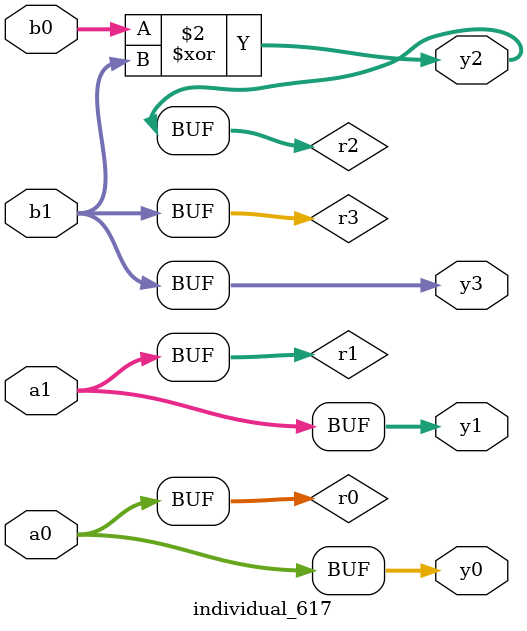
<source format=sv>
module individual_617(input logic [15:0] a1, input logic [15:0] a0, input logic [15:0] b1, input logic [15:0] b0, output logic [15:0] y3, output logic [15:0] y2, output logic [15:0] y1, output logic [15:0] y0);
logic [15:0] r0, r1, r2, r3; 
 always@(*) begin 
	 r0 = a0; r1 = a1; r2 = b0; r3 = b1; 
 	 r2  ^=  r3 ;
 	 y3 = r3; y2 = r2; y1 = r1; y0 = r0; 
end
endmodule
</source>
